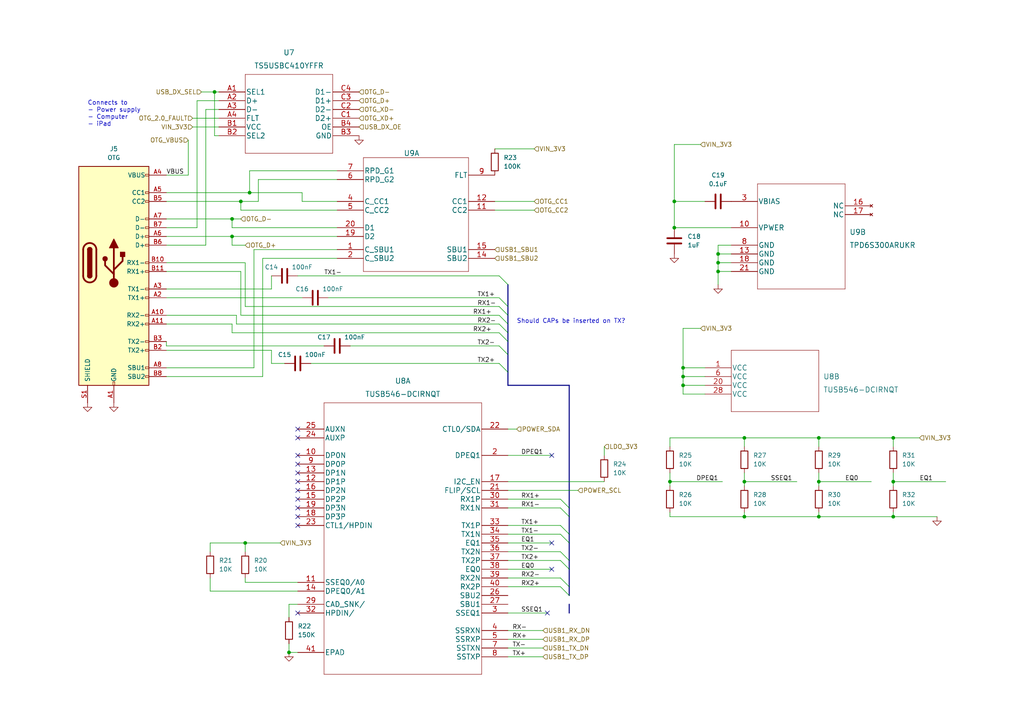
<source format=kicad_sch>
(kicad_sch (version 20211123) (generator eeschema)
  (paper "A4")
  (lib_symbols
    (symbol "Connector:USB_C_Receptacle" (pin_names (offset 1.016))
      (property "Reference" "J" (at -10.16 29.21 0))
      (property "Value" "USB_C_Receptacle" (at 10.16 29.21 0))
      (symbol "USB_C_Receptacle_0_0"
        (rectangle (start -0.254 -35.56) (end 0.254 -34.544))
        (rectangle (start 10.16 -32.766) (end 9.144 -33.274))
        (rectangle (start 10.16 -30.226) (end 9.144 -30.734))
        (rectangle (start 10.16 -25.146) (end 9.144 -25.654))
        (rectangle (start 10.16 -22.606) (end 9.144 -23.114))
        (rectangle (start 10.16 -17.526) (end 9.144 -18.034))
        (rectangle (start 10.16 -14.986) (end 9.144 -15.494))
        (rectangle (start 10.16 -9.906) (end 9.144 -10.414))
        (rectangle (start 10.16 -7.366) (end 9.144 -7.874))
        (rectangle (start 10.16 -2.286) (end 9.144 -2.794))
        (rectangle (start 10.16 0.254) (end 9.144 -0.254))
        (rectangle (start 10.16 5.334) (end 9.144 4.826))
        (rectangle (start 10.16 7.874) (end 9.144 7.366))
        (rectangle (start 10.16 10.414) (end 9.144 9.906))
        (rectangle (start 10.16 12.954) (end 9.144 12.446))
        (rectangle (start 10.16 18.034) (end 9.144 17.526))
        (rectangle (start 10.16 20.574) (end 9.144 20.066))
        (rectangle (start 10.16 25.654) (end 9.144 25.146))
      )
      (symbol "USB_C_Receptacle_0_1"
        (rectangle (start -10.16 27.94) (end 10.16 -35.56) (stroke (width 0.254)) (fill (type background)))
        (arc (start -8.89 -3.81) (mid -6.985 -5.715) (end -5.08 -3.81) (stroke (width 0.508)))
        (arc (start -7.62 -3.81) (mid -6.985 -4.445) (end -6.35 -3.81) (stroke (width 0.254)))
        (arc (start -7.62 -3.81) (mid -6.985 -4.445) (end -6.35 -3.81) (stroke (width 0.254)) (fill (type outline)))
        (rectangle (start -7.62 -3.81) (end -6.35 3.81) (stroke (width 0.254)) (fill (type outline)))
        (arc (start -6.35 3.81) (mid -6.985 4.445) (end -7.62 3.81) (stroke (width 0.254)))
        (arc (start -6.35 3.81) (mid -6.985 4.445) (end -7.62 3.81) (stroke (width 0.254)) (fill (type outline)))
        (arc (start -5.08 3.81) (mid -6.985 5.715) (end -8.89 3.81) (stroke (width 0.508)))
        (polyline (pts (xy -8.89 -3.81) (xy -8.89 3.81)) (stroke (width 0.508)))
        (polyline (pts (xy -5.08 3.81) (xy -5.08 -3.81)) (stroke (width 0.508)))
      )
      (symbol "USB_C_Receptacle_1_1"
        (circle (center -2.54 1.143) (radius 0.635) (stroke (width 0.254)) (fill (type outline)))
        (circle (center 0 -5.842) (radius 1.27) (fill (type outline)))
        (polyline (pts (xy 0 -5.842) (xy 0 4.318)) (stroke (width 0.508)))
        (polyline (pts (xy 0 -3.302) (xy -2.54 -0.762) (xy -2.54 0.508)) (stroke (width 0.508)))
        (polyline (pts (xy 0 -2.032) (xy 2.54 0.508) (xy 2.54 1.778)) (stroke (width 0.508)))
        (polyline (pts (xy -1.27 4.318) (xy 0 6.858) (xy 1.27 4.318) (xy -1.27 4.318)) (stroke (width 0.254)) (fill (type outline)))
        (rectangle (start 1.905 1.778) (end 3.175 3.048) (stroke (width 0.254)) (fill (type outline)))
        (pin passive line (at 0 -40.64 90) (length 5.08) (name "GND") (number "A1"))
        (pin bidirectional line (at 15.24 -15.24 180) (length 5.08) (name "RX2-") (number "A10"))
        (pin bidirectional line (at 15.24 -17.78 180) (length 5.08) (name "RX2+") (number "A11"))
        (pin passive line (at 0 -40.64 90) (length 5.08) hide (name "GND") (number "A12"))
        (pin bidirectional line (at 15.24 -10.16 180) (length 5.08) (name "TX1+") (number "A2"))
        (pin bidirectional line (at 15.24 -7.62 180) (length 5.08) (name "TX1-") (number "A3"))
        (pin passive line (at 15.24 25.4 180) (length 5.08) (name "VBUS") (number "A4"))
        (pin bidirectional line (at 15.24 20.32 180) (length 5.08) (name "CC1") (number "A5"))
        (pin bidirectional line (at 15.24 7.62 180) (length 5.08) (name "D+") (number "A6"))
        (pin bidirectional line (at 15.24 12.7 180) (length 5.08) (name "D-") (number "A7"))
        (pin bidirectional line (at 15.24 -30.48 180) (length 5.08) (name "SBU1") (number "A8"))
        (pin passive line (at 15.24 25.4 180) (length 5.08) hide (name "VBUS") (number "A9"))
        (pin passive line (at 0 -40.64 90) (length 5.08) hide (name "GND") (number "B1"))
        (pin bidirectional line (at 15.24 0 180) (length 5.08) (name "RX1-") (number "B10"))
        (pin bidirectional line (at 15.24 -2.54 180) (length 5.08) (name "RX1+") (number "B11"))
        (pin passive line (at 0 -40.64 90) (length 5.08) hide (name "GND") (number "B12"))
        (pin bidirectional line (at 15.24 -25.4 180) (length 5.08) (name "TX2+") (number "B2"))
        (pin bidirectional line (at 15.24 -22.86 180) (length 5.08) (name "TX2-") (number "B3"))
        (pin passive line (at 15.24 25.4 180) (length 5.08) hide (name "VBUS") (number "B4"))
        (pin bidirectional line (at 15.24 17.78 180) (length 5.08) (name "CC2") (number "B5"))
        (pin bidirectional line (at 15.24 5.08 180) (length 5.08) (name "D+") (number "B6"))
        (pin bidirectional line (at 15.24 10.16 180) (length 5.08) (name "D-") (number "B7"))
        (pin bidirectional line (at 15.24 -33.02 180) (length 5.08) (name "SBU2") (number "B8"))
        (pin passive line (at 15.24 25.4 180) (length 5.08) hide (name "VBUS") (number "B9"))
        (pin passive line (at -7.62 -40.64 90) (length 5.08) (name "SHIELD") (number "S1"))
      )
    )
    (symbol "Device:C" (pin_numbers hide) (pin_names (offset 0.254))
      (property "Reference" "C" (at 0.635 2.54 0))
      (property "Value" "C" (at 0.635 -2.54 0))
      (symbol "C_0_1"
        (polyline (pts (xy -2.032 -0.762) (xy 2.032 -0.762)) (stroke (width 0.508)))
        (polyline (pts (xy -2.032 0.762) (xy 2.032 0.762)) (stroke (width 0.508)))
      )
      (symbol "C_1_1"
        (pin passive line (at 0 3.81 270) (length 2.794) (name "~") (number "1"))
        (pin passive line (at 0 -3.81 90) (length 2.794) (name "~") (number "2"))
      )
    )
    (symbol "Device:R" (pin_numbers hide) (pin_names (offset 0))
      (property "Reference" "R" (at 2.032 0 90))
      (property "Value" "R" (at 0 0 90))
      (symbol "R_0_1"
        (rectangle (start -1.016 -2.54) (end 1.016 2.54) (stroke (width 0.254)))
      )
      (symbol "R_1_1"
        (pin passive line (at 0 3.81 270) (length 1.27) (name "~") (number "1"))
        (pin passive line (at 0 -3.81 90) (length 1.27) (name "~") (number "2"))
      )
    )
    (symbol "TUSB546-DCIRNQT_1" (pin_names (offset 0.254))
      (property "Reference" "U" (at 30.48 12.7 0))
      (property "Value" "TUSB546-DCIRNQT_1" (at 30.48 10.16 0))
      (symbol "TUSB546-DCIRNQT_1_1_1"
        (polyline (pts (xy 7.62 -71.12) (xy 53.34 -71.12)) (stroke (width 0.127)))
        (polyline (pts (xy 7.62 7.62) (xy 7.62 -71.12)) (stroke (width 0.127)))
        (polyline (pts (xy 53.34 -71.12) (xy 53.34 7.62)) (stroke (width 0.127)))
        (polyline (pts (xy 53.34 7.62) (xy 7.62 7.62)) (stroke (width 0.127)))
        (pin bidirectional line (at 0 -7.62 0) (length 7.62) (name "DP0N") (number "10"))
        (pin bidirectional line (at 0 -44.45 0) (length 7.62) (name "SSEQ0/A0") (number "11"))
        (pin bidirectional line (at 0 -15.24 0) (length 7.62) (name "DP1P") (number "12"))
        (pin bidirectional line (at 0 -12.7 0) (length 7.62) (name "DP1N") (number "13"))
        (pin bidirectional line (at 0 -46.99 0) (length 7.62) (name "DPEQ0/A1") (number "14"))
        (pin bidirectional line (at 0 -20.32 0) (length 7.62) (name "DP2P") (number "15"))
        (pin bidirectional line (at 0 -17.78 0) (length 7.62) (name "DP2N") (number "16"))
        (pin unspecified line (at 60.96 -15.24 180) (length 7.62) (name "I2C_EN") (number "17"))
        (pin bidirectional line (at 0 -25.4 0) (length 7.62) (name "DP3P") (number "18"))
        (pin bidirectional line (at 0 -22.86 0) (length 7.62) (name "DP3N") (number "19"))
        (pin bidirectional line (at 60.96 -7.62 180) (length 7.62) (name "DPEQ1") (number "2"))
        (pin unspecified line (at 60.96 -17.78 180) (length 7.62) (name "FLIP/SCL") (number "21"))
        (pin bidirectional line (at 60.96 0 180) (length 7.62) (name "CTL0/SDA") (number "22"))
        (pin bidirectional line (at 0 -27.94 0) (length 7.62) (name "CTL1/HPDIN") (number "23"))
        (pin unspecified line (at 0 -2.54 0) (length 7.62) (name "AUXP") (number "24"))
        (pin unspecified line (at 0 0 0) (length 7.62) (name "AUXN") (number "25"))
        (pin bidirectional line (at 60.96 -48.26 180) (length 7.62) (name "SBU2") (number "26"))
        (pin bidirectional line (at 60.96 -50.8 180) (length 7.62) (name "SBU1") (number "27"))
        (pin unspecified line (at 0 -50.8 0) (length 7.62) (name "CAD_SNK/") (number "29"))
        (pin bidirectional line (at 60.96 -53.34 180) (length 7.62) (name "SSEQ1") (number "3"))
        (pin bidirectional line (at 60.96 -20.32 180) (length 7.62) (name "RX1P") (number "30"))
        (pin bidirectional line (at 60.96 -22.86 180) (length 7.62) (name "RX1N") (number "31"))
        (pin unspecified line (at 0 -53.34 0) (length 7.62) (name "HPDIN/") (number "32"))
        (pin bidirectional line (at 60.96 -27.94 180) (length 7.62) (name "TX1P") (number "33"))
        (pin bidirectional line (at 60.96 -30.48 180) (length 7.62) (name "TX1N") (number "34"))
        (pin bidirectional line (at 60.96 -33.02 180) (length 7.62) (name "EQ1") (number "35"))
        (pin bidirectional line (at 60.96 -35.56 180) (length 7.62) (name "TX2N") (number "36"))
        (pin bidirectional line (at 60.96 -38.1 180) (length 7.62) (name "TX2P") (number "37"))
        (pin bidirectional line (at 60.96 -40.64 180) (length 7.62) (name "EQ0") (number "38"))
        (pin bidirectional line (at 60.96 -43.18 180) (length 7.62) (name "RX2N") (number "39"))
        (pin unspecified line (at 60.96 -58.42 180) (length 7.62) (name "SSRXN") (number "4"))
        (pin bidirectional line (at 60.96 -45.72 180) (length 7.62) (name "RX2P") (number "40"))
        (pin unspecified line (at 0 -64.77 0) (length 7.62) (name "EPAD") (number "41"))
        (pin unspecified line (at 60.96 -60.96 180) (length 7.62) (name "SSRXP") (number "5"))
        (pin unspecified line (at 60.96 -63.5 180) (length 7.62) (name "SSTXN") (number "7"))
        (pin unspecified line (at 60.96 -66.04 180) (length 7.62) (name "SSTXP") (number "8"))
        (pin bidirectional line (at 0 -10.16 0) (length 7.62) (name "DP0P") (number "9"))
      )
      (symbol "TUSB546-DCIRNQT_1_2_1"
        (polyline (pts (xy 7.62 -12.7) (xy 33.02 -12.7)) (stroke (width 0.127)))
        (polyline (pts (xy 7.62 5.08) (xy 7.62 -12.7)) (stroke (width 0.127)))
        (polyline (pts (xy 33.02 -12.7) (xy 33.02 5.08)) (stroke (width 0.127)))
        (polyline (pts (xy 33.02 5.08) (xy 7.62 5.08)) (stroke (width 0.127)))
        (pin power_in line (at 0 0 0) (length 7.62) (name "VCC") (number "1"))
        (pin power_in line (at 0 -5.08 0) (length 7.62) (name "VCC") (number "20"))
        (pin power_in line (at 0 -7.62 0) (length 7.62) (name "VCC") (number "28"))
        (pin power_in line (at 0 -2.54 0) (length 7.62) (name "VCC") (number "6"))
      )
    )
    (symbol "Ziloo:TPD6S300ARUKR" (pin_names (offset 0.254))
      (property "Reference" "U" (at 22.86 12.7 0))
      (property "Value" "TPD6S300ARUKR" (at 22.86 10.16 0))
      (symbol "TPD6S300ARUKR_1_1"
        (polyline (pts (xy 7.62 -25.4) (xy 38.1 -25.4)) (stroke (width 0.127)))
        (polyline (pts (xy 7.62 7.62) (xy 7.62 -25.4)) (stroke (width 0.127)))
        (polyline (pts (xy 38.1 -25.4) (xy 38.1 7.62)) (stroke (width 0.127)))
        (polyline (pts (xy 38.1 7.62) (xy 7.62 7.62)) (stroke (width 0.127)))
        (pin bidirectional line (at 0 -19.05 0) (length 7.62) (name "C_SBU1") (number "1"))
        (pin bidirectional line (at 45.72 -7.62 180) (length 7.62) (name "CC2") (number "11"))
        (pin bidirectional line (at 45.72 -5.08 180) (length 7.62) (name "CC1") (number "12"))
        (pin bidirectional line (at 45.72 -21.59 180) (length 7.62) (name "SBU2") (number "14"))
        (pin bidirectional line (at 45.72 -19.05 180) (length 7.62) (name "SBU1") (number "15"))
        (pin bidirectional line (at 0 -15.24 0) (length 7.62) (name "D2") (number "19"))
        (pin bidirectional line (at 0 -21.59 0) (length 7.62) (name "C_SBU2") (number "2"))
        (pin bidirectional line (at 0 -12.7 0) (length 7.62) (name "D1") (number "20"))
        (pin bidirectional line (at 0 -5.08 0) (length 7.62) (name "C_CC1") (number "4"))
        (pin bidirectional line (at 0 -7.62 0) (length 7.62) (name "C_CC2") (number "5"))
        (pin bidirectional line (at 0 1.27 0) (length 7.62) (name "RPD_G2") (number "6"))
        (pin bidirectional line (at 0 3.81 0) (length 7.62) (name "RPD_G1") (number "7"))
        (pin output line (at 45.72 2.54 180) (length 7.62) (name "FLT") (number "9"))
      )
      (symbol "TPD6S300ARUKR_2_1"
        (polyline (pts (xy 7.62 -25.4) (xy 33.02 -25.4)) (stroke (width 0.127)))
        (polyline (pts (xy 7.62 5.08) (xy 7.62 -25.4)) (stroke (width 0.127)))
        (polyline (pts (xy 33.02 -25.4) (xy 33.02 5.08)) (stroke (width 0.127)))
        (polyline (pts (xy 33.02 5.08) (xy 7.62 5.08)) (stroke (width 0.127)))
        (pin power_in line (at 0 -7.62 0) (length 7.62) (name "VPWER") (number "10"))
        (pin power_in line (at 0 -15.24 0) (length 7.62) (name "GND") (number "13"))
        (pin no_connect line (at 40.64 -1.27 180) (length 7.62) (name "NC") (number "16"))
        (pin no_connect line (at 40.64 -3.81 180) (length 7.62) (name "NC") (number "17"))
        (pin power_in line (at 0 -17.78 0) (length 7.62) (name "GND") (number "18"))
        (pin power_in line (at 0 -20.32 0) (length 7.62) (name "GND") (number "21"))
        (pin power_in line (at 0 0 0) (length 7.62) (name "VBIAS") (number "3"))
        (pin power_in line (at 0 -12.7 0) (length 7.62) (name "GND") (number "8"))
      )
    )
    (symbol "Ziloo:TS5USBC410YFFR" (pin_names (offset 0.254))
      (property "Reference" "U" (at 20.32 10.16 0))
      (property "Value" "TS5USBC410YFFR" (at 20.32 7.62 0))
      (symbol "TS5USBC410YFFR_1_1"
        (polyline (pts (xy 7.62 -17.78) (xy 33.02 -17.78)) (stroke (width 0.127)))
        (polyline (pts (xy 7.62 5.08) (xy 7.62 -17.78)) (stroke (width 0.127)))
        (polyline (pts (xy 33.02 -17.78) (xy 33.02 5.08)) (stroke (width 0.127)))
        (polyline (pts (xy 33.02 5.08) (xy 7.62 5.08)) (stroke (width 0.127)))
        (pin bidirectional line (at 0 0 0) (length 7.62) (name "SEL1") (number "A1"))
        (pin unspecified line (at 0 -2.54 0) (length 7.62) (name "D+") (number "A2"))
        (pin bidirectional line (at 0 -5.08 0) (length 7.62) (name "D-") (number "A3"))
        (pin unspecified line (at 0 -7.62 0) (length 7.62) (name "FLT") (number "A4"))
        (pin power_in line (at 0 -10.16 0) (length 7.62) (name "VCC") (number "B1"))
        (pin bidirectional line (at 0 -12.7 0) (length 7.62) (name "SEL2") (number "B2"))
        (pin power_in line (at 40.64 -12.7 180) (length 7.62) (name "GND") (number "B3"))
        (pin unspecified line (at 40.64 -10.16 180) (length 7.62) (name "OE") (number "B4"))
        (pin bidirectional line (at 40.64 -7.62 180) (length 7.62) (name "D2+") (number "C1"))
        (pin bidirectional line (at 40.64 -5.08 180) (length 7.62) (name "D2-") (number "C2"))
        (pin bidirectional line (at 40.64 -2.54 180) (length 7.62) (name "D1+") (number "C3"))
        (pin bidirectional line (at 40.64 0 180) (length 7.62) (name "D1-") (number "C4"))
      )
    )
    (symbol "Ziloo:TUSB546-DCIRNQT" (pin_names (offset 0.254))
      (property "Reference" "U" (at 30.48 12.7 0))
      (property "Value" "TUSB546-DCIRNQT" (at 30.48 10.16 0))
      (symbol "TUSB546-DCIRNQT_1_1"
        (polyline (pts (xy 7.62 -71.12) (xy 53.34 -71.12)) (stroke (width 0.127)))
        (polyline (pts (xy 7.62 7.62) (xy 7.62 -71.12)) (stroke (width 0.127)))
        (polyline (pts (xy 53.34 -71.12) (xy 53.34 7.62)) (stroke (width 0.127)))
        (polyline (pts (xy 53.34 7.62) (xy 7.62 7.62)) (stroke (width 0.127)))
        (pin bidirectional line (at 0 -7.62 0) (length 7.62) (name "DP0N") (number "10"))
        (pin bidirectional line (at 60.96 -55.88 180) (length 7.62) (name "SSEQ0/A0") (number "11"))
        (pin bidirectional line (at 0 -15.24 0) (length 7.62) (name "DP1P") (number "12"))
        (pin bidirectional line (at 0 -12.7 0) (length 7.62) (name "DP1N") (number "13"))
        (pin bidirectional line (at 60.96 -10.16 180) (length 7.62) (name "DPEQ0/A1") (number "14"))
        (pin bidirectional line (at 0 -20.32 0) (length 7.62) (name "DP2P") (number "15"))
        (pin bidirectional line (at 0 -17.78 0) (length 7.62) (name "DP2N") (number "16"))
        (pin unspecified line (at 60.96 -15.24 180) (length 7.62) (name "I2C_EN") (number "17"))
        (pin bidirectional line (at 0 -25.4 0) (length 7.62) (name "DP3P") (number "18"))
        (pin bidirectional line (at 0 -22.86 0) (length 7.62) (name "DP3N") (number "19"))
        (pin bidirectional line (at 60.96 -7.62 180) (length 7.62) (name "DPEQ1") (number "2"))
        (pin unspecified line (at 60.96 -17.78 180) (length 7.62) (name "FLIP/SCL") (number "21"))
        (pin bidirectional line (at 60.96 0 180) (length 7.62) (name "CTL0/SDA") (number "22"))
        (pin bidirectional line (at 60.96 -2.54 180) (length 7.62) (name "CTL1/HPDIN") (number "23"))
        (pin unspecified line (at 0 -2.54 0) (length 7.62) (name "AUXP") (number "24"))
        (pin unspecified line (at 0 0 0) (length 7.62) (name "AUXN") (number "25"))
        (pin bidirectional line (at 60.96 -48.26 180) (length 7.62) (name "SBU2") (number "26"))
        (pin bidirectional line (at 60.96 -50.8 180) (length 7.62) (name "SBU1") (number "27"))
        (pin unspecified line (at 0 -5.08 0) (length 7.62) (name "CAD_SNK/") (number "29"))
        (pin bidirectional line (at 60.96 -53.34 180) (length 7.62) (name "SSEQ1") (number "3"))
        (pin bidirectional line (at 60.96 -20.32 180) (length 7.62) (name "RX1P") (number "30"))
        (pin bidirectional line (at 60.96 -22.86 180) (length 7.62) (name "RX1N") (number "31"))
        (pin unspecified line (at 60.96 -25.4 180) (length 7.62) (name "HPDIN/") (number "32"))
        (pin bidirectional line (at 60.96 -27.94 180) (length 7.62) (name "TX1P") (number "33"))
        (pin bidirectional line (at 60.96 -30.48 180) (length 7.62) (name "TX1N") (number "34"))
        (pin bidirectional line (at 60.96 -33.02 180) (length 7.62) (name "EQ1") (number "35"))
        (pin bidirectional line (at 60.96 -35.56 180) (length 7.62) (name "TX2N") (number "36"))
        (pin bidirectional line (at 60.96 -38.1 180) (length 7.62) (name "TX2P") (number "37"))
        (pin bidirectional line (at 60.96 -40.64 180) (length 7.62) (name "EQ0") (number "38"))
        (pin bidirectional line (at 60.96 -43.18 180) (length 7.62) (name "RX2N") (number "39"))
        (pin unspecified line (at 60.96 -58.42 180) (length 7.62) (name "SSRXN") (number "4"))
        (pin bidirectional line (at 60.96 -45.72 180) (length 7.62) (name "RX2P") (number "40"))
        (pin unspecified line (at 0 -27.94 0) (length 7.62) (name "EPAD") (number "41"))
        (pin unspecified line (at 60.96 -60.96 180) (length 7.62) (name "SSRXP") (number "5"))
        (pin unspecified line (at 60.96 -63.5 180) (length 7.62) (name "SSTXN") (number "7"))
        (pin unspecified line (at 60.96 -66.04 180) (length 7.62) (name "SSTXP") (number "8"))
        (pin bidirectional line (at 0 -10.16 0) (length 7.62) (name "DP0P") (number "9"))
      )
      (symbol "TUSB546-DCIRNQT_2_1"
        (polyline (pts (xy 7.62 -12.7) (xy 33.02 -12.7)) (stroke (width 0.127)))
        (polyline (pts (xy 7.62 5.08) (xy 7.62 -12.7)) (stroke (width 0.127)))
        (polyline (pts (xy 33.02 -12.7) (xy 33.02 5.08)) (stroke (width 0.127)))
        (polyline (pts (xy 33.02 5.08) (xy 7.62 5.08)) (stroke (width 0.127)))
        (pin power_in line (at 0 0 0) (length 7.62) (name "VCC") (number "1"))
        (pin power_in line (at 0 -5.08 0) (length 7.62) (name "VCC") (number "20"))
        (pin power_in line (at 0 -7.62 0) (length 7.62) (name "VCC") (number "28"))
        (pin power_in line (at 0 -2.54 0) (length 7.62) (name "VCC") (number "6"))
      )
    )
    (symbol "power:GND" (power) (pin_names (offset 0))
      (property "Value" "GND" (at 0 -3.81 0))
      (symbol "GND_0_1"
        (polyline (pts (xy 0 0) (xy 0 -1.27) (xy 1.27 -1.27) (xy 0 -2.54) (xy -1.27 -1.27) (xy 0 -1.27)))
      )
      (symbol "GND_1_1"
        (pin power_in line (at 0 0 270) (length 0) hide (name "GND") (number "1"))
      )
    )
  )
  (junction (at 195.58 66.04))
  (junction (at 198.12 111.76))
  (junction (at 215.9 127))
  (junction (at 208.28 76.2))
  (junction (at 67.31 68.58))
  (junction (at 71.12 157.48))
  (junction (at 198.12 109.22))
  (junction (at 72.39 55.88))
  (junction (at 195.58 58.42))
  (junction (at 215.9 149.86))
  (junction (at 83.82 189.23))
  (junction (at 62.23 26.67))
  (junction (at 215.9 139.7))
  (junction (at 198.12 106.68))
  (junction (at 69.85 58.42))
  (junction (at 237.49 149.86))
  (junction (at 67.31 63.5))
  (junction (at 208.28 78.74))
  (junction (at 194.31 139.7))
  (junction (at 259.08 139.7))
  (junction (at 259.08 149.86))
  (junction (at 259.08 127))
  (junction (at 208.28 73.66))
  (junction (at 237.49 139.7))
  (junction (at 237.49 127))
  (no_connect (at 86.36 152.4))
  (no_connect (at 86.36 139.7))
  (no_connect (at 86.36 149.86))
  (no_connect (at 86.36 142.24))
  (no_connect (at 86.36 147.32))
  (no_connect (at 86.36 144.78))
  (no_connect (at 86.36 134.62))
  (no_connect (at 86.36 132.08))
  (no_connect (at 86.36 137.16))
  (no_connect (at 86.36 127))
  (no_connect (at 86.36 124.46))
  (no_connect (at 86.36 177.8))
  (no_connect (at 160.02 132.08))
  (no_connect (at 160.02 165.1))
  (no_connect (at 160.02 157.48))
  (no_connect (at 158.75 177.8))
  (bus_entry (at 144.78 96.52) (size 2.54 2.54))
  (bus_entry (at 162.56 167.64) (size 2.54 2.54))
  (bus_entry (at 144.78 100.33) (size 2.54 2.54))
  (bus_entry (at 144.78 86.36) (size 2.54 2.54))
  (bus_entry (at 144.78 80.01) (size 2.54 2.54))
  (bus_entry (at 162.56 162.56) (size 2.54 2.54))
  (bus_entry (at 144.78 93.98) (size 2.54 2.54))
  (bus_entry (at 144.78 91.44) (size 2.54 2.54))
  (bus_entry (at 162.56 154.94) (size 2.54 2.54))
  (bus_entry (at 162.56 152.4) (size 2.54 2.54))
  (bus_entry (at 162.56 147.32) (size 2.54 2.54))
  (bus_entry (at 162.56 170.18) (size 2.54 2.54))
  (bus_entry (at 162.56 144.78) (size 2.54 2.54))
  (bus_entry (at 162.56 160.02) (size 2.54 2.54))
  (bus_entry (at 144.78 88.9) (size 2.54 2.54))
  (bus_entry (at 144.78 105.41) (size 2.54 2.54))
  (wire (pts (xy 76.2 74.93) (xy 76.2 109.22)))
  (wire (pts (xy 48.26 100.33) (xy 93.98 100.33)))
  (wire (pts (xy 195.58 58.42) (xy 195.58 41.91)))
  (wire (pts (xy 215.9 139.7) (xy 231.14 139.7)))
  (wire (pts (xy 62.23 26.67) (xy 63.5 26.67)))
  (wire (pts (xy 143.51 58.42) (xy 154.94 58.42)))
  (wire (pts (xy 198.12 114.3) (xy 204.47 114.3)))
  (wire (pts (xy 48.26 101.6) (xy 78.74 101.6)))
  (bus (pts (xy 147.32 96.52) (xy 147.32 99.06)))
  (wire (pts (xy 71.12 76.2) (xy 71.12 88.9)))
  (wire (pts (xy 198.12 95.25) (xy 198.12 106.68)))
  (wire (pts (xy 259.08 148.59) (xy 259.08 149.86)))
  (wire (pts (xy 71.12 160.02) (xy 71.12 157.48)))
  (wire (pts (xy 212.09 66.04) (xy 195.58 66.04)))
  (wire (pts (xy 57.15 66.04) (xy 57.15 29.21)))
  (wire (pts (xy 157.48 187.96) (xy 147.32 187.96)))
  (wire (pts (xy 58.42 26.67) (xy 62.23 26.67)))
  (bus (pts (xy 147.32 99.06) (xy 147.32 102.87)))
  (wire (pts (xy 208.28 73.66) (xy 212.09 73.66)))
  (wire (pts (xy 215.9 137.16) (xy 215.9 139.7)))
  (wire (pts (xy 194.31 129.54) (xy 194.31 127)))
  (wire (pts (xy 69.85 60.96) (xy 97.79 60.96)))
  (bus (pts (xy 165.1 111.76) (xy 165.1 147.32)))
  (wire (pts (xy 67.31 68.58) (xy 67.31 71.12)))
  (wire (pts (xy 57.15 29.21) (xy 63.5 29.21)))
  (wire (pts (xy 83.82 189.23) (xy 86.36 189.23)))
  (wire (pts (xy 87.63 58.42) (xy 87.63 55.88)))
  (wire (pts (xy 60.96 160.02) (xy 60.96 157.48)))
  (wire (pts (xy 69.85 58.42) (xy 74.93 58.42)))
  (wire (pts (xy 62.23 39.37) (xy 62.23 26.67)))
  (wire (pts (xy 194.31 139.7) (xy 194.31 140.97)))
  (wire (pts (xy 215.9 139.7) (xy 215.9 140.97)))
  (wire (pts (xy 48.26 66.04) (xy 57.15 66.04)))
  (wire (pts (xy 208.28 78.74) (xy 208.28 82.55)))
  (wire (pts (xy 259.08 139.7) (xy 259.08 140.97)))
  (wire (pts (xy 259.08 139.7) (xy 274.32 139.7)))
  (bus (pts (xy 147.32 102.87) (xy 147.32 107.95)))
  (wire (pts (xy 198.12 106.68) (xy 198.12 109.22)))
  (bus (pts (xy 147.32 107.95) (xy 147.32 111.76)))
  (wire (pts (xy 215.9 149.86) (xy 237.49 149.86)))
  (wire (pts (xy 97.79 74.93) (xy 76.2 74.93)))
  (wire (pts (xy 83.82 175.26) (xy 83.82 179.07)))
  (wire (pts (xy 157.48 182.88) (xy 147.32 182.88)))
  (wire (pts (xy 67.31 71.12) (xy 71.12 71.12)))
  (wire (pts (xy 59.69 31.75) (xy 59.69 71.12)))
  (wire (pts (xy 194.31 139.7) (xy 209.55 139.7)))
  (wire (pts (xy 60.96 167.64) (xy 60.96 171.45)))
  (wire (pts (xy 48.26 83.82) (xy 78.74 83.82)))
  (wire (pts (xy 97.79 52.07) (xy 74.93 52.07)))
  (wire (pts (xy 147.32 160.02) (xy 162.56 160.02)))
  (wire (pts (xy 195.58 41.91) (xy 203.2 41.91)))
  (wire (pts (xy 147.32 124.46) (xy 149.86 124.46)))
  (wire (pts (xy 208.28 78.74) (xy 212.09 78.74)))
  (bus (pts (xy 165.1 154.94) (xy 165.1 157.48)))
  (wire (pts (xy 48.26 86.36) (xy 87.63 86.36)))
  (wire (pts (xy 78.74 83.82) (xy 78.74 80.01)))
  (wire (pts (xy 63.5 31.75) (xy 59.69 31.75)))
  (wire (pts (xy 237.49 139.7) (xy 237.49 140.97)))
  (wire (pts (xy 208.28 76.2) (xy 212.09 76.2)))
  (wire (pts (xy 67.31 63.5) (xy 69.85 63.5)))
  (wire (pts (xy 60.96 171.45) (xy 86.36 171.45)))
  (wire (pts (xy 48.26 100.33) (xy 48.26 99.06)))
  (wire (pts (xy 194.31 149.86) (xy 215.9 149.86)))
  (wire (pts (xy 48.26 58.42) (xy 69.85 58.42)))
  (wire (pts (xy 198.12 95.25) (xy 203.2 95.25)))
  (bus (pts (xy 147.32 82.55) (xy 147.32 88.9)))
  (wire (pts (xy 143.51 60.96) (xy 154.94 60.96)))
  (wire (pts (xy 195.58 66.04) (xy 195.58 58.42)))
  (wire (pts (xy 147.32 132.08) (xy 160.02 132.08)))
  (wire (pts (xy 198.12 111.76) (xy 198.12 114.3)))
  (wire (pts (xy 212.09 71.12) (xy 208.28 71.12)))
  (wire (pts (xy 237.49 148.59) (xy 237.49 149.86)))
  (wire (pts (xy 157.48 185.42) (xy 147.32 185.42)))
  (wire (pts (xy 143.51 43.18) (xy 154.94 43.18)))
  (wire (pts (xy 101.6 100.33) (xy 144.78 100.33)))
  (wire (pts (xy 73.66 72.39) (xy 97.79 72.39)))
  (wire (pts (xy 48.26 68.58) (xy 67.31 68.58)))
  (wire (pts (xy 78.74 101.6) (xy 78.74 105.41)))
  (wire (pts (xy 72.39 49.53) (xy 72.39 55.88)))
  (bus (pts (xy 165.1 175.26) (xy 165.1 177.8)))
  (wire (pts (xy 237.49 149.86) (xy 259.08 149.86)))
  (wire (pts (xy 215.9 127) (xy 237.49 127)))
  (bus (pts (xy 165.1 162.56) (xy 165.1 165.1)))
  (wire (pts (xy 48.26 93.98) (xy 67.31 93.98)))
  (wire (pts (xy 194.31 137.16) (xy 194.31 139.7)))
  (wire (pts (xy 162.56 147.32) (xy 147.32 147.32)))
  (wire (pts (xy 59.69 71.12) (xy 48.26 71.12)))
  (wire (pts (xy 69.85 58.42) (xy 69.85 60.96)))
  (wire (pts (xy 208.28 73.66) (xy 208.28 76.2)))
  (wire (pts (xy 48.26 63.5) (xy 67.31 63.5)))
  (wire (pts (xy 237.49 137.16) (xy 237.49 139.7)))
  (wire (pts (xy 67.31 63.5) (xy 67.31 66.04)))
  (bus (pts (xy 165.1 157.48) (xy 165.1 162.56)))
  (wire (pts (xy 147.32 157.48) (xy 160.02 157.48)))
  (wire (pts (xy 86.36 168.91) (xy 71.12 168.91)))
  (wire (pts (xy 60.96 157.48) (xy 71.12 157.48)))
  (wire (pts (xy 215.9 148.59) (xy 215.9 149.86)))
  (bus (pts (xy 165.1 149.86) (xy 165.1 154.94)))
  (wire (pts (xy 69.85 91.44) (xy 144.78 91.44)))
  (wire (pts (xy 198.12 106.68) (xy 204.47 106.68)))
  (wire (pts (xy 48.26 78.74) (xy 69.85 78.74)))
  (wire (pts (xy 198.12 109.22) (xy 204.47 109.22)))
  (wire (pts (xy 175.26 129.54) (xy 175.26 132.08)))
  (bus (pts (xy 165.1 170.18) (xy 165.1 172.72)))
  (wire (pts (xy 48.26 55.88) (xy 72.39 55.88)))
  (wire (pts (xy 97.79 58.42) (xy 87.63 58.42)))
  (wire (pts (xy 83.82 175.26) (xy 86.36 175.26)))
  (bus (pts (xy 147.32 91.44) (xy 147.32 93.98)))
  (wire (pts (xy 48.26 50.8) (xy 54.61 50.8)))
  (wire (pts (xy 147.32 177.8) (xy 158.75 177.8)))
  (wire (pts (xy 71.12 157.48) (xy 81.28 157.48)))
  (wire (pts (xy 83.82 186.69) (xy 83.82 189.23)))
  (wire (pts (xy 87.63 55.88) (xy 72.39 55.88)))
  (wire (pts (xy 48.26 106.68) (xy 73.66 106.68)))
  (wire (pts (xy 55.88 34.29) (xy 63.5 34.29)))
  (wire (pts (xy 71.12 168.91) (xy 71.12 167.64)))
  (bus (pts (xy 147.32 88.9) (xy 147.32 91.44)))
  (wire (pts (xy 68.58 93.98) (xy 144.78 93.98)))
  (wire (pts (xy 147.32 154.94) (xy 162.56 154.94)))
  (wire (pts (xy 54.61 40.64) (xy 54.61 50.8)))
  (bus (pts (xy 165.1 165.1) (xy 165.1 170.18)))
  (wire (pts (xy 90.17 105.41) (xy 144.78 105.41)))
  (wire (pts (xy 208.28 71.12) (xy 208.28 73.66)))
  (wire (pts (xy 73.66 106.68) (xy 73.66 72.39)))
  (wire (pts (xy 198.12 109.22) (xy 198.12 111.76)))
  (wire (pts (xy 237.49 127) (xy 259.08 127)))
  (wire (pts (xy 69.85 78.74) (xy 69.85 91.44)))
  (wire (pts (xy 259.08 149.86) (xy 271.78 149.86)))
  (wire (pts (xy 76.2 109.22) (xy 48.26 109.22)))
  (bus (pts (xy 165.1 111.76) (xy 147.32 111.76)))
  (wire (pts (xy 259.08 127) (xy 259.08 129.54)))
  (wire (pts (xy 63.5 39.37) (xy 62.23 39.37)))
  (wire (pts (xy 78.74 105.41) (xy 82.55 105.41)))
  (bus (pts (xy 165.1 147.32) (xy 165.1 149.86)))
  (wire (pts (xy 67.31 96.52) (xy 144.78 96.52)))
  (wire (pts (xy 147.32 162.56) (xy 162.56 162.56)))
  (wire (pts (xy 194.31 148.59) (xy 194.31 149.86)))
  (wire (pts (xy 48.26 76.2) (xy 71.12 76.2)))
  (wire (pts (xy 194.31 127) (xy 215.9 127)))
  (wire (pts (xy 157.48 190.5) (xy 147.32 190.5)))
  (wire (pts (xy 95.25 86.36) (xy 144.78 86.36)))
  (wire (pts (xy 147.32 165.1) (xy 160.02 165.1)))
  (wire (pts (xy 86.36 80.01) (xy 144.78 80.01)))
  (wire (pts (xy 237.49 127) (xy 237.49 129.54)))
  (wire (pts (xy 215.9 127) (xy 215.9 129.54)))
  (wire (pts (xy 208.28 76.2) (xy 208.28 78.74)))
  (wire (pts (xy 147.32 170.18) (xy 162.56 170.18)))
  (wire (pts (xy 259.08 127) (xy 266.7 127)))
  (wire (pts (xy 237.49 139.7) (xy 252.73 139.7)))
  (wire (pts (xy 147.32 142.24) (xy 167.64 142.24)))
  (bus (pts (xy 147.32 93.98) (xy 147.32 96.52)))
  (wire (pts (xy 67.31 93.98) (xy 67.31 96.52)))
  (wire (pts (xy 55.88 36.83) (xy 63.5 36.83)))
  (wire (pts (xy 259.08 137.16) (xy 259.08 139.7)))
  (wire (pts (xy 68.58 91.44) (xy 68.58 93.98)))
  (wire (pts (xy 97.79 49.53) (xy 72.39 49.53)))
  (wire (pts (xy 198.12 111.76) (xy 204.47 111.76)))
  (wire (pts (xy 48.26 91.44) (xy 68.58 91.44)))
  (wire (pts (xy 162.56 167.64) (xy 147.32 167.64)))
  (wire (pts (xy 147.32 139.7) (xy 175.26 139.7)))
  (wire (pts (xy 71.12 88.9) (xy 144.78 88.9)))
  (wire (pts (xy 67.31 68.58) (xy 97.79 68.58)))
  (wire (pts (xy 74.93 52.07) (xy 74.93 58.42)))
  (wire (pts (xy 162.56 144.78) (xy 147.32 144.78)))
  (wire (pts (xy 147.32 152.4) (xy 162.56 152.4)))
  (wire (pts (xy 195.58 58.42) (xy 204.47 58.42)))
  (wire (pts (xy 67.31 66.04) (xy 97.79 66.04)))
  (text "Should CAPs be inserted on TX?" (at 149.86 93.98 0) (effects (font (size 1.27 1.27)) (justify left bottom)))
  (text "Connects to \n- Power supply\n- Computer\n- iPad" (at 25.4 36.83 0) (effects (font (size 1.27 1.27)) (justify left bottom)))
  (label "EQ1" (at 266.7 139.7 0))
  (label "EQ1" (at 151.13 157.48 0))
  (label "RX1-" (at 151.13 147.32 0))
  (label "TX1+" (at 151.13 152.4 0))
  (label "SSEQ1" (at 223.52 139.7 0))
  (label "SSEQ1" (at 151.13 177.8 0))
  (label "RX1+" (at 151.13 144.78 0))
  (label "RX-" (at 148.59 182.88 0))
  (label "TX2-" (at 151.13 160.02 0))
  (label "RX+" (at 148.59 185.42 0))
  (label "EQ0" (at 245.11 139.7 0))
  (label "RX1+" (at 137.16 91.44 0))
  (label "TX1+" (at 138.43 86.36 0))
  (label "RX2+" (at 151.13 170.18 0))
  (label "EQ0" (at 151.13 165.1 0))
  (label "TX1-" (at 151.13 154.94 0))
  (label "VBUS" (at 48.26 50.8 0))
  (label "TX+" (at 148.59 190.5 0))
  (label "TX2-" (at 138.43 100.33 0))
  (label "RX2-" (at 151.13 167.64 0))
  (label "DPEQ1" (at 151.13 132.08 0))
  (label "RX1-" (at 138.43 88.9 0))
  (label "RX2-" (at 138.43 93.98 0))
  (label "TX1-" (at 93.98 80.01 0))
  (label "TX2+" (at 151.13 162.56 0))
  (label "TX-" (at 148.59 187.96 0))
  (label "RX2+" (at 137.16 96.52 0))
  (label "TX2+" (at 138.43 105.41 0))
  (label "DPEQ1" (at 201.93 139.7 0))
  (hierarchical_label "OTG_VBUS" (shape input) (at 54.61 40.64 180))
  (hierarchical_label "USB1_TX_DN" (shape input) (at 157.48 187.96 0))
  (hierarchical_label "USB_DX_SEL" (shape input) (at 58.42 26.67 180))
  (hierarchical_label "USB1_TX_DP" (shape input) (at 157.48 190.5 0))
  (hierarchical_label "USB1_SBU2" (shape input) (at 143.51 74.93 0))
  (hierarchical_label "OTG_CC2" (shape input) (at 154.94 60.96 0))
  (hierarchical_label "USB_DX_OE" (shape input) (at 104.14 36.83 0))
  (hierarchical_label "OTG_XD-" (shape input) (at 104.14 31.75 0))
  (hierarchical_label "OTG_XD+" (shape input) (at 104.14 34.29 0))
  (hierarchical_label "VIN_3V3" (shape input) (at 203.2 41.91 0))
  (hierarchical_label "VIN_3V3" (shape input) (at 266.7 127 0))
  (hierarchical_label "POWER_SCL" (shape input) (at 167.64 142.24 0))
  (hierarchical_label "USB1_SBU1" (shape input) (at 143.51 72.39 0))
  (hierarchical_label "OTG_D+" (shape input) (at 104.14 29.21 0))
  (hierarchical_label "VIN_3V3" (shape input) (at 55.88 36.83 180))
  (hierarchical_label "OTG_D+" (shape input) (at 71.12 71.12 0))
  (hierarchical_label "VIN_3V3" (shape input) (at 203.2 95.25 0))
  (hierarchical_label "POWER_SDA" (shape input) (at 149.86 124.46 0))
  (hierarchical_label "VIN_3V3" (shape input) (at 81.28 157.48 0))
  (hierarchical_label "OTG_D-" (shape input) (at 104.14 26.67 0))
  (hierarchical_label "OTG_CC1" (shape input) (at 154.94 58.42 0))
  (hierarchical_label "USB1_RX_DP" (shape input) (at 157.48 185.42 0))
  (hierarchical_label "LDO_3V3" (shape input) (at 175.26 129.54 0))
  (hierarchical_label "OTG_D-" (shape input) (at 69.85 63.5 0))
  (hierarchical_label "VIN_3V3" (shape input) (at 154.94 43.18 0))
  (hierarchical_label "OTG_2.0_FAULT" (shape input) (at 55.88 34.29 180))
  (hierarchical_label "USB1_RX_DN" (shape input) (at 157.48 182.88 0))
  (symbol (lib_id "power:GND") (at 33.02 116.84 0) (unit 1)
    (property "Reference" "#PWR030" (effects hide))
    (property "Value" "GND" (effects hide))
  )
  (symbol (lib_id "power:GND") (at 195.58 73.66 0) (unit 1)
    (property "Reference" "#PWR0104" (effects hide))
    (property "Value" "GND" (effects hide))
  )
  (symbol (lib_id "power:GND") (at 271.78 149.86 0) (unit 1)
    (property "Reference" "#PWR0106" (effects hide))
    (property "Value" "GND" (effects hide))
  )
  (symbol (lib_id "Connector:USB_C_Receptacle") (at 33.02 76.2 0) (unit 1)
    (property "Reference" "J5" (at 33.02 43.18 0))
    (property "Value" "OTG" (at 33.02 45.72 0))
    (property "Footprint" "Ziloo:HIROSE_CX80B1-24P" (effects hide))
    (property "Datasheet" "https://www.usb.org/sites/default/files/documents/usb_type-c.zip" (effects hide))
  )
  (symbol (lib_id "Device:R") (at 237.49 144.78 0) (unit 1)
    (property "Reference" "R30" (at 240.03 143.5099 0) (effects (justify left)))
    (property "Value" "10K" (at 240.03 146.0499 0) (effects (justify left)))
    (property "Footprint" "Resistor_SMD:R_0402_1005Metric" (effects hide))
  )
  (symbol (lib_id "Device:C") (at 208.28 58.42 90) (unit 1)
    (property "Reference" "C19" (at 208.28 50.8 90))
    (property "Value" "0.1uF" (at 208.28 53.34 90))
    (property "Footprint" "Capacitor_SMD:C_0402_1005Metric" (effects hide))
  )
  (symbol (lib_id "Device:R") (at 71.12 163.83 0) (unit 1)
    (property "Reference" "R20" (at 73.66 162.5599 0) (effects (justify left)))
    (property "Value" "10K" (at 73.66 165.0999 0) (effects (justify left)))
    (property "Footprint" "Resistor_SMD:R_0402_1005Metric" (effects hide))
  )
  (symbol (lib_id "Ziloo:TPD6S300ARUKR") (at 97.79 53.34 0) (unit 1)
    (property "Reference" "U9" (at 119.38 44.45 0) (effects (font (size 1.524 1.524))))
    (property "Value" "TPD6S300ARUKR" (effects hide))
    (property "Footprint" "WQFN20_RUK_TEX" (effects hide))
  )
  (symbol (lib_id "Device:R") (at 83.82 182.88 0) (unit 1)
    (property "Reference" "R22" (at 86.36 181.6099 0) (effects (justify left)))
    (property "Value" "150K" (at 86.36 184.1499 0) (effects (justify left)))
    (property "Footprint" "Resistor_SMD:R_0402_1005Metric" (effects hide))
  )
  (symbol (lib_id "Device:R") (at 259.08 144.78 0) (unit 1)
    (property "Reference" "R32" (at 261.62 143.5099 0) (effects (justify left)))
    (property "Value" "10K" (at 261.62 146.0499 0) (effects (justify left)))
    (property "Footprint" "Resistor_SMD:R_0402_1005Metric" (effects hide))
  )
  (symbol (lib_name "TUSB546-DCIRNQT_1") (lib_id "Ziloo:TUSB546-DCIRNQT") (at 86.36 124.46 0) (unit 1)
    (property "Reference" "U8" (at 116.84 110.49 0) (effects (font (size 1.524 1.524))))
    (property "Value" "TUSB546-DCIRNQT" (at 116.84 114.3 0) (effects (font (size 1.524 1.524))))
    (property "Footprint" "Ziloo:TUSB546-DCIRNQT" (effects hide))
  )
  (symbol (lib_id "power:GND") (at 208.28 82.55 0) (unit 1)
    (property "Reference" "#PWR0105" (effects hide))
    (property "Value" "GND" (effects hide))
  )
  (symbol (lib_id "Device:R") (at 194.31 133.35 0) (unit 1)
    (property "Reference" "R25" (at 196.85 132.0799 0) (effects (justify left)))
    (property "Value" "10K" (at 196.85 134.6199 0) (effects (justify left)))
    (property "Footprint" "Resistor_SMD:R_0402_1005Metric" (effects hide))
  )
  (symbol (lib_id "Device:R") (at 175.26 135.89 0) (unit 1)
    (property "Reference" "R24" (at 177.8 134.6199 0) (effects (justify left)))
    (property "Value" "10K" (at 177.8 137.1599 0) (effects (justify left)))
    (property "Footprint" "Resistor_SMD:R_0402_1005Metric" (effects hide))
  )
  (symbol (lib_id "Device:R") (at 237.49 133.35 0) (unit 1)
    (property "Reference" "R29" (at 240.03 132.0799 0) (effects (justify left)))
    (property "Value" "10K" (at 240.03 134.6199 0) (effects (justify left)))
    (property "Footprint" "Resistor_SMD:R_0402_1005Metric" (effects hide))
  )
  (symbol (lib_id "Ziloo:TPD6S300ARUKR") (at 212.09 58.42 0) (unit 2)
    (property "Reference" "U9" (at 246.38 67.31 0) (effects (font (size 1.524 1.524)) (justify left)))
    (property "Value" "TPD6S300ARUKR" (at 246.38 71.12 0) (effects (font (size 1.524 1.524)) (justify left)))
    (property "Footprint" "Ziloo:TPD6S300ARUKR" (effects hide))
  )
  (symbol (lib_id "Device:R") (at 215.9 144.78 0) (unit 1)
    (property "Reference" "R28" (at 218.44 143.5099 0) (effects (justify left)))
    (property "Value" "10K" (at 218.44 146.0499 0) (effects (justify left)))
    (property "Footprint" "Resistor_SMD:R_0402_1005Metric" (effects hide))
  )
  (symbol (lib_id "Device:C") (at 195.58 69.85 0) (unit 1)
    (property "Reference" "C18" (at 199.39 68.5799 0) (effects (justify left)))
    (property "Value" "1uF" (at 199.39 71.1199 0) (effects (justify left)))
    (property "Footprint" "Capacitor_SMD:C_0402_1005Metric" (effects hide))
  )
  (symbol (lib_id "power:GND") (at 25.4 116.84 0) (unit 1)
    (property "Reference" "#PWR029" (effects hide))
    (property "Value" "GND" (effects hide))
  )
  (symbol (lib_id "Device:R") (at 194.31 144.78 0) (unit 1)
    (property "Reference" "R26" (at 196.85 143.5099 0) (effects (justify left)))
    (property "Value" "10K" (at 196.85 146.0499 0) (effects (justify left)))
    (property "Footprint" "Resistor_SMD:R_0402_1005Metric" (effects hide))
  )
  (symbol (lib_id "power:GND") (at 83.82 189.23 0) (unit 1)
    (property "Reference" "#PWR0103" (effects hide))
    (property "Value" "GND" (effects hide))
  )
  (symbol (lib_id "Device:C") (at 97.79 100.33 90) (unit 1)
    (property "Reference" "C17" (at 93.98 97.79 90))
    (property "Value" "100nF" (at 102.87 97.79 90))
    (property "Footprint" "Capacitor_SMD:C_0402_1005Metric" (effects hide))
  )
  (symbol (lib_id "Device:R") (at 60.96 163.83 0) (unit 1)
    (property "Reference" "R21" (at 63.5 162.5599 0) (effects (justify left)))
    (property "Value" "10K" (at 63.5 165.0999 0) (effects (justify left)))
    (property "Footprint" "Resistor_SMD:R_0402_1005Metric" (effects hide))
  )
  (symbol (lib_id "Ziloo:TUSB546-DCIRNQT") (at 204.47 106.68 0) (unit 2)
    (property "Reference" "U8" (at 238.76 109.22 0) (effects (font (size 1.524 1.524)) (justify left)))
    (property "Value" "TUSB546-DCIRNQT" (at 238.76 113.03 0) (effects (font (size 1.524 1.524)) (justify left)))
    (property "Footprint" "Ziloo:TUSB546-DCIRNQT" (effects hide))
  )
  (symbol (lib_id "Device:C") (at 86.36 105.41 90) (unit 1)
    (property "Reference" "C15" (at 82.55 102.87 90))
    (property "Value" "100nF" (at 91.44 102.87 90))
    (property "Footprint" "Capacitor_SMD:C_0402_1005Metric" (effects hide))
  )
  (symbol (lib_id "Device:R") (at 259.08 133.35 0) (unit 1)
    (property "Reference" "R31" (at 261.62 132.0799 0) (effects (justify left)))
    (property "Value" "10K" (at 261.62 134.6199 0) (effects (justify left)))
    (property "Footprint" "Resistor_SMD:R_0402_1005Metric" (effects hide))
  )
  (symbol (lib_id "Ziloo:TS5USBC410YFFR") (at 63.5 26.67 0) (unit 1)
    (property "Reference" "U7" (at 83.82 15.24 0) (effects (font (size 1.524 1.524))))
    (property "Value" "TS5USBC410YFFR" (at 83.82 19.05 0) (effects (font (size 1.524 1.524))))
    (property "Footprint" "Ziloo:TS5USBC410YFFR" (effects hide))
  )
  (symbol (lib_id "power:GND") (at 104.14 39.37 0) (unit 1)
    (property "Reference" "#PWR031" (effects hide))
    (property "Value" "GND" (effects hide))
  )
  (symbol (lib_id "Device:R") (at 215.9 133.35 0) (unit 1)
    (property "Reference" "R27" (at 218.44 132.0799 0) (effects (justify left)))
    (property "Value" "10K" (at 218.44 134.6199 0) (effects (justify left)))
    (property "Footprint" "Resistor_SMD:R_0402_1005Metric" (effects hide))
  )
  (symbol (lib_id "Device:R") (at 143.51 46.99 0) (unit 1)
    (property "Reference" "R23" (at 146.05 45.7199 0) (effects (justify left)))
    (property "Value" "100K" (at 146.05 48.2599 0) (effects (justify left)))
    (property "Footprint" "Resistor_SMD:R_0402_1005Metric" (effects hide))
  )
  (symbol (lib_id "Device:C") (at 82.55 80.01 90) (unit 1)
    (property "Reference" "C14" (at 78.74 77.47 90))
    (property "Value" "100nF" (at 87.63 77.47 90))
    (property "Footprint" "Capacitor_SMD:C_0402_1005Metric" (effects hide))
  )
  (symbol (lib_id "Device:C") (at 91.44 86.36 90) (unit 1)
    (property "Reference" "C16" (at 87.63 83.82 90))
    (property "Value" "100nF" (at 96.52 83.82 90))
    (property "Footprint" "Capacitor_SMD:C_0402_1005Metric" (effects hide))
  )
)
</source>
